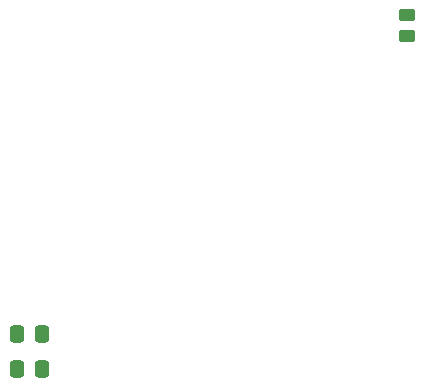
<source format=gbr>
%TF.GenerationSoftware,KiCad,Pcbnew,7.0.8-7.0.8~ubuntu20.04.1*%
%TF.CreationDate,2023-10-29T15:28:36+01:00*%
%TF.ProjectId,Hardware_2,48617264-7761-4726-955f-322e6b696361,rev?*%
%TF.SameCoordinates,Original*%
%TF.FileFunction,Paste,Top*%
%TF.FilePolarity,Positive*%
%FSLAX46Y46*%
G04 Gerber Fmt 4.6, Leading zero omitted, Abs format (unit mm)*
G04 Created by KiCad (PCBNEW 7.0.8-7.0.8~ubuntu20.04.1) date 2023-10-29 15:28:36*
%MOMM*%
%LPD*%
G01*
G04 APERTURE LIST*
G04 Aperture macros list*
%AMRoundRect*
0 Rectangle with rounded corners*
0 $1 Rounding radius*
0 $2 $3 $4 $5 $6 $7 $8 $9 X,Y pos of 4 corners*
0 Add a 4 corners polygon primitive as box body*
4,1,4,$2,$3,$4,$5,$6,$7,$8,$9,$2,$3,0*
0 Add four circle primitives for the rounded corners*
1,1,$1+$1,$2,$3*
1,1,$1+$1,$4,$5*
1,1,$1+$1,$6,$7*
1,1,$1+$1,$8,$9*
0 Add four rect primitives between the rounded corners*
20,1,$1+$1,$2,$3,$4,$5,0*
20,1,$1+$1,$4,$5,$6,$7,0*
20,1,$1+$1,$6,$7,$8,$9,0*
20,1,$1+$1,$8,$9,$2,$3,0*%
G04 Aperture macros list end*
%ADD10RoundRect,0.250000X0.450000X-0.262500X0.450000X0.262500X-0.450000X0.262500X-0.450000X-0.262500X0*%
%ADD11RoundRect,0.250000X-0.337500X-0.475000X0.337500X-0.475000X0.337500X0.475000X-0.337500X0.475000X0*%
G04 APERTURE END LIST*
D10*
%TO.C,R2*%
X182000000Y-30825000D03*
X182000000Y-29000000D03*
%TD*%
D11*
%TO.C,C1*%
X148962500Y-56000000D03*
X151037500Y-56000000D03*
%TD*%
%TO.C,C2*%
X148962500Y-59000000D03*
X151037500Y-59000000D03*
%TD*%
M02*

</source>
